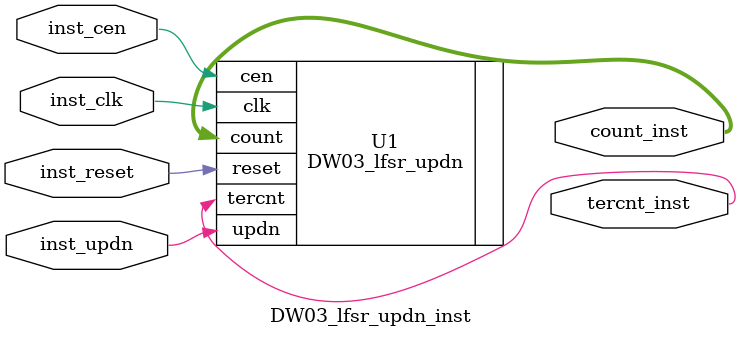
<source format=v>
module DW03_lfsr_updn_inst( inst_updn, inst_cen, inst_clk, 
                            inst_reset, count_inst, tercnt_inst );

  parameter width = 8;

  input inst_updn;
  input inst_cen;
  input inst_clk;
  input inst_reset;
  output [width-1 : 0] count_inst;
  output tercnt_inst;

  // Instance of DW03_lfsr_updn
  DW03_lfsr_updn #(width)
    U1 ( .updn(inst_updn), .cen(inst_cen), .clk(inst_clk), 
         .reset(inst_reset), .count(count_inst), .tercnt(tercnt_inst) );

endmodule


</source>
